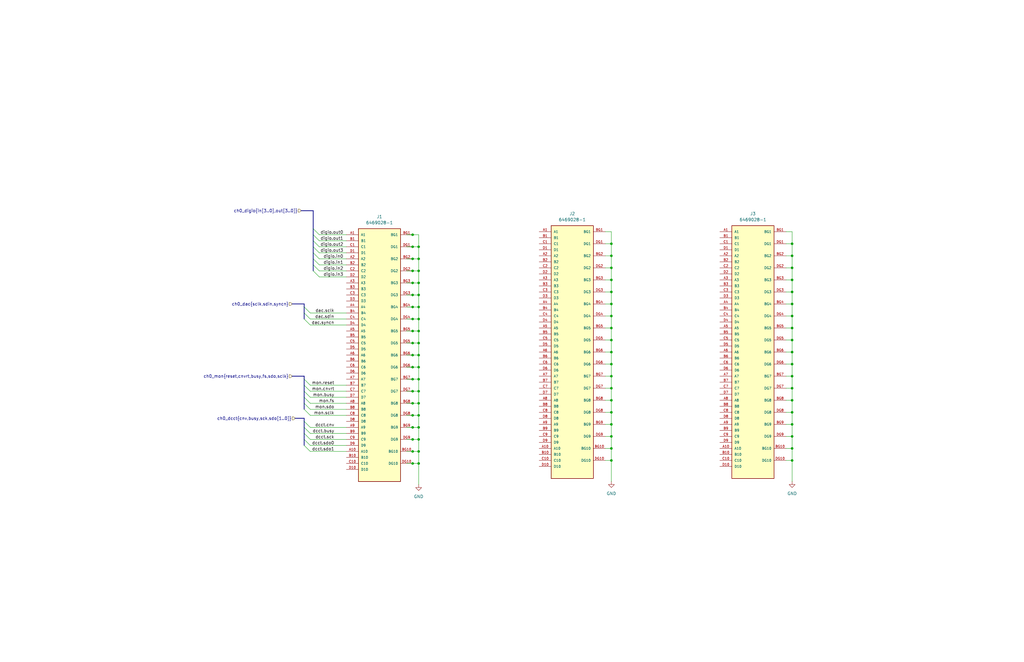
<source format=kicad_sch>
(kicad_sch (version 20250114) (generator "eeschema") (generator_version "9.0")
  (paper "B")
  (lib_symbols
    (symbol "6469028-1:6469028-1" (pin_names (offset 1.016))
      (property "Reference" "J" (at -7.62 28.702 0))
      (property "Value" "6469028-1" (at -4.318 30.988 0))
      (symbol "6469028-1_1_0"
        (rectangle (start -8.89 27.94) (end 8.89 -78.74) (stroke (width 0.254)) (fill (type background)))
        (pin passive line (at -13.97 25.4 0) (length 5.08) (name "A1") (number "A1"))
        (pin passive line (at -13.97 22.86 0) (length 5.08) (name "B1") (number "B1"))
        (pin passive line (at -13.97 20.32 0) (length 5.08) (name "C1") (number "C1"))
        (pin passive line (at -13.97 17.78 0) (length 5.08) (name "D1") (number "D1"))
        (pin passive line (at -13.97 15.24 0) (length 5.08) (name "A2") (number "A2"))
        (pin passive line (at -13.97 12.7 0) (length 5.08) (name "B2") (number "B2"))
        (pin passive line (at -13.97 10.16 0) (length 5.08) (name "C2") (number "C2"))
        (pin passive line (at -13.97 7.62 0) (length 5.08) (name "D2") (number "D2"))
        (pin passive line (at -13.97 5.08 0) (length 5.08) (name "A3") (number "A3"))
        (pin passive line (at -13.97 2.54 0) (length 5.08) (name "B3") (number "B3"))
        (pin passive line (at -13.97 0 0) (length 5.08) (name "C3") (number "C3"))
        (pin passive line (at -13.97 -2.54 0) (length 5.08) (name "D3") (number "D3"))
        (pin passive line (at -13.97 -5.08 0) (length 5.08) (name "A4") (number "A4"))
        (pin passive line (at -13.97 -7.62 0) (length 5.08) (name "B4") (number "B4"))
        (pin passive line (at -13.97 -10.16 0) (length 5.08) (name "C4") (number "C4"))
        (pin passive line (at -13.97 -12.7 0) (length 5.08) (name "D4") (number "D4"))
        (pin passive line (at -13.97 -15.24 0) (length 5.08) (name "A5") (number "A5"))
        (pin passive line (at -13.97 -17.78 0) (length 5.08) (name "B5") (number "B5"))
        (pin passive line (at -13.97 -20.32 0) (length 5.08) (name "C5") (number "C5"))
        (pin passive line (at -13.97 -22.86 0) (length 5.08) (name "D5") (number "D5"))
        (pin passive line (at -13.97 -25.4 0) (length 5.08) (name "A6") (number "A6"))
        (pin passive line (at -13.97 -27.94 0) (length 5.08) (name "B6") (number "B6"))
        (pin passive line (at -13.97 -30.48 0) (length 5.08) (name "C6") (number "C6"))
        (pin passive line (at -13.97 -33.02 0) (length 5.08) (name "D6") (number "D6"))
        (pin passive line (at -13.97 -35.56 0) (length 5.08) (name "A7") (number "A7"))
        (pin passive line (at -13.97 -38.1 0) (length 5.08) (name "B7") (number "B7"))
        (pin passive line (at -13.97 -40.64 0) (length 5.08) (name "C7") (number "C7"))
        (pin passive line (at -13.97 -43.18 0) (length 5.08) (name "D7") (number "D7"))
        (pin passive line (at -13.97 -45.72 0) (length 5.08) (name "A8") (number "A8"))
        (pin passive line (at -13.97 -48.26 0) (length 5.08) (name "B8") (number "B8"))
        (pin passive line (at -13.97 -50.8 0) (length 5.08) (name "C8") (number "C8"))
        (pin passive line (at -13.97 -53.34 0) (length 5.08) (name "D8") (number "D8"))
        (pin passive line (at -13.97 -55.88 0) (length 5.08) (name "A9") (number "A9"))
        (pin passive line (at -13.97 -58.42 0) (length 5.08) (name "B9") (number "B9"))
        (pin passive line (at -13.97 -60.96 0) (length 5.08) (name "C9") (number "C9"))
        (pin passive line (at -13.97 -63.5 0) (length 5.08) (name "D9") (number "D9"))
        (pin passive line (at -13.97 -66.04 0) (length 5.08) (name "A10") (number "A10"))
        (pin passive line (at -13.97 -68.58 0) (length 5.08) (name "B10") (number "B10"))
        (pin passive line (at -13.97 -71.12 0) (length 5.08) (name "C10") (number "C10"))
        (pin passive line (at -13.97 -73.66 0) (length 5.08) (name "D10") (number "D10"))
        (pin passive line (at 13.97 25.4 180) (length 5.08) (name "BG1") (number "BG1"))
        (pin passive line (at 13.97 20.32 180) (length 5.08) (name "DG1") (number "DG1"))
        (pin passive line (at 13.97 15.24 180) (length 5.08) (name "BG2") (number "BG2"))
        (pin passive line (at 13.97 10.16 180) (length 5.08) (name "DG2") (number "DG2"))
        (pin passive line (at 13.97 5.08 180) (length 5.08) (name "BG3") (number "BG3"))
        (pin passive line (at 13.97 0 180) (length 5.08) (name "DG3") (number "DG3"))
        (pin passive line (at 13.97 -5.08 180) (length 5.08) (name "BG4") (number "BG4"))
        (pin passive line (at 13.97 -10.16 180) (length 5.08) (name "DG4") (number "DG4"))
        (pin passive line (at 13.97 -15.24 180) (length 5.08) (name "BG5") (number "BG5"))
        (pin passive line (at 13.97 -20.32 180) (length 5.08) (name "DG5") (number "DG5"))
        (pin passive line (at 13.97 -25.4 180) (length 5.08) (name "BG6") (number "BG6"))
        (pin passive line (at 13.97 -30.48 180) (length 5.08) (name "DG6") (number "DG6"))
        (pin passive line (at 13.97 -35.56 180) (length 5.08) (name "BG7") (number "BG7"))
        (pin passive line (at 13.97 -40.64 180) (length 5.08) (name "DG7") (number "DG7"))
        (pin passive line (at 13.97 -45.72 180) (length 5.08) (name "BG8") (number "BG8"))
        (pin passive line (at 13.97 -50.8 180) (length 5.08) (name "DG8") (number "DG8"))
        (pin passive line (at 13.97 -55.88 180) (length 5.08) (name "BG9") (number "BG9"))
        (pin passive line (at 13.97 -60.96 180) (length 5.08) (name "DG9") (number "DG9"))
        (pin passive line (at 13.97 -66.04 180) (length 5.08) (name "BG10") (number "BG10"))
        (pin passive line (at 13.97 -71.12 180) (length 5.08) (name "DG10") (number "DG10"))
      )
    )
    (symbol "power:GND" (power) (pin_numbers (hide yes)) (pin_names (offset 0) (hide yes))
      (property "Value" "GND" (at 0 -3.81 0))
      (symbol "GND_0_1"
        (polyline (pts (xy 0 0) (xy 0 -1.27) (xy 1.27 -1.27) (xy 0 -2.54) (xy -1.27 -1.27) (xy 0 -1.27)))
      )
      (symbol "GND_1_1"
        (pin power_in line (at 0 0 270) (length 0) (name "~") (number "1"))
      )
    )
  )
  (junction (at 173.99 190.5))
  (junction (at 334.01 113.03))
  (junction (at 334.01 123.19))
  (junction (at 173.99 175.26))
  (junction (at 334.01 153.67))
  (junction (at 334.01 194.31))
  (junction (at 257.81 163.83))
  (junction (at 176.53 139.7))
  (junction (at 173.99 99.06))
  (junction (at 257.81 143.51))
  (junction (at 334.01 143.51))
  (junction (at 173.99 154.94))
  (junction (at 257.81 158.75))
  (junction (at 173.99 165.1))
  (junction (at 173.99 144.78))
  (junction (at 257.81 168.91))
  (junction (at 173.99 134.62))
  (junction (at 173.99 114.3))
  (junction (at 173.99 129.54))
  (junction (at 334.01 158.75))
  (junction (at 176.53 124.46))
  (junction (at 176.53 149.86))
  (junction (at 334.01 118.11))
  (junction (at 257.81 118.11))
  (junction (at 176.53 165.1))
  (junction (at 173.99 104.14))
  (junction (at 334.01 168.91))
  (junction (at 334.01 148.59))
  (junction (at 257.81 123.19))
  (junction (at 257.81 189.23))
  (junction (at 257.81 179.07))
  (junction (at 176.53 119.38))
  (junction (at 176.53 185.42))
  (junction (at 176.53 190.5))
  (junction (at 257.81 184.15))
  (junction (at 257.81 138.43))
  (junction (at 173.99 185.42))
  (junction (at 334.01 102.87))
  (junction (at 334.01 128.27))
  (junction (at 257.81 113.03))
  (junction (at 176.53 144.78))
  (junction (at 257.81 133.35))
  (junction (at 176.53 109.22))
  (junction (at 257.81 148.59))
  (junction (at 334.01 133.35))
  (junction (at 334.01 173.99))
  (junction (at 176.53 154.94))
  (junction (at 257.81 107.95))
  (junction (at 257.81 153.67))
  (junction (at 334.01 189.23))
  (junction (at 173.99 139.7))
  (junction (at 176.53 160.02))
  (junction (at 176.53 129.54))
  (junction (at 334.01 163.83))
  (junction (at 173.99 170.18))
  (junction (at 173.99 109.22))
  (junction (at 176.53 114.3))
  (junction (at 334.01 107.95))
  (junction (at 176.53 134.62))
  (junction (at 334.01 184.15))
  (junction (at 176.53 175.26))
  (junction (at 173.99 195.58))
  (junction (at 173.99 124.46))
  (junction (at 257.81 194.31))
  (junction (at 257.81 102.87))
  (junction (at 257.81 128.27))
  (junction (at 176.53 180.34))
  (junction (at 334.01 179.07))
  (junction (at 176.53 104.14))
  (junction (at 173.99 180.34))
  (junction (at 176.53 170.18))
  (junction (at 334.01 138.43))
  (junction (at 176.53 195.58))
  (junction (at 173.99 149.86))
  (junction (at 257.81 173.99))
  (junction (at 173.99 119.38))
  (junction (at 173.99 160.02))
  (bus_entry (at 130.81 170.18) (size -2.54 -2.54))
  (bus_entry (at 134.62 111.76) (size -2.54 -2.54))
  (bus_entry (at 130.81 180.34) (size -2.54 -2.54))
  (bus_entry (at 130.81 175.26) (size -2.54 -2.54))
  (bus_entry (at 130.81 190.5) (size -2.54 -2.54))
  (bus_entry (at 130.81 185.42) (size -2.54 -2.54))
  (bus_entry (at 130.81 167.64) (size -2.54 -2.54))
  (bus_entry (at 134.62 109.22) (size -2.54 -2.54))
  (bus_entry (at 134.62 101.6) (size -2.54 -2.54))
  (bus_entry (at 130.81 134.62) (size -2.54 -2.54))
  (bus_entry (at 134.62 114.3) (size -2.54 -2.54))
  (bus_entry (at 130.81 162.56) (size -2.54 -2.54))
  (bus_entry (at 134.62 116.84) (size -2.54 -2.54))
  (bus_entry (at 134.62 104.14) (size -2.54 -2.54))
  (bus_entry (at 130.81 137.16) (size -2.54 -2.54))
  (bus_entry (at 134.62 99.06) (size -2.54 -2.54))
  (bus_entry (at 134.62 106.68) (size -2.54 -2.54))
  (bus_entry (at 130.81 182.88) (size -2.54 -2.54))
  (bus_entry (at 130.81 172.72) (size -2.54 -2.54))
  (bus_entry (at 130.81 132.08) (size -2.54 -2.54))
  (bus_entry (at 130.81 165.1) (size -2.54 -2.54))
  (bus_entry (at 130.81 187.96) (size -2.54 -2.54))
  (bus (pts (xy 128.27 165.1) (xy 128.27 162.56)))
  (wire (pts (xy 255.27 113.03) (xy 257.81 113.03)))
  (bus (pts (xy 132.08 96.52) (xy 132.08 99.06)))
  (wire (pts (xy 255.27 107.95) (xy 257.81 107.95)))
  (wire (pts (xy 146.05 182.88) (xy 130.81 182.88)))
  (wire (pts (xy 255.27 118.11) (xy 257.81 118.11)))
  (wire (pts (xy 146.05 162.56) (xy 130.81 162.56)))
  (bus (pts (xy 128.27 187.96) (xy 128.27 185.42)))
  (wire (pts (xy 171.45 124.46) (xy 173.99 124.46)))
  (wire (pts (xy 257.81 123.19) (xy 257.81 128.27)))
  (wire (pts (xy 146.05 134.62) (xy 130.81 134.62)))
  (wire (pts (xy 255.27 168.91) (xy 257.81 168.91)))
  (wire (pts (xy 257.81 128.27) (xy 257.81 133.35)))
  (wire (pts (xy 334.01 184.15) (xy 334.01 189.23)))
  (wire (pts (xy 257.81 97.79) (xy 257.81 102.87)))
  (wire (pts (xy 255.27 158.75) (xy 257.81 158.75)))
  (wire (pts (xy 176.53 190.5) (xy 176.53 195.58)))
  (bus (pts (xy 128.27 158.75) (xy 123.19 158.75)))
  (wire (pts (xy 171.45 134.62) (xy 173.99 134.62)))
  (bus (pts (xy 132.08 88.9) (xy 132.08 96.52)))
  (wire (pts (xy 171.45 104.14) (xy 173.99 104.14)))
  (bus (pts (xy 128.27 176.53) (xy 124.46 176.53)))
  (bus (pts (xy 128.27 167.64) (xy 128.27 165.1)))
  (wire (pts (xy 257.81 184.15) (xy 257.81 189.23)))
  (wire (pts (xy 331.47 128.27) (xy 334.01 128.27)))
  (wire (pts (xy 331.47 133.35) (xy 334.01 133.35)))
  (wire (pts (xy 146.05 172.72) (xy 130.81 172.72)))
  (wire (pts (xy 331.47 173.99) (xy 334.01 173.99)))
  (wire (pts (xy 134.62 99.06) (xy 146.05 99.06)))
  (wire (pts (xy 334.01 179.07) (xy 334.01 184.15)))
  (bus (pts (xy 132.08 88.9) (xy 127 88.9)))
  (wire (pts (xy 171.45 99.06) (xy 173.99 99.06)))
  (wire (pts (xy 334.01 143.51) (xy 334.01 148.59)))
  (wire (pts (xy 334.01 148.59) (xy 334.01 153.67)))
  (wire (pts (xy 146.05 165.1) (xy 130.81 165.1)))
  (wire (pts (xy 171.45 149.86) (xy 173.99 149.86)))
  (wire (pts (xy 173.99 99.06) (xy 176.53 99.06)))
  (wire (pts (xy 255.27 97.79) (xy 257.81 97.79)))
  (wire (pts (xy 146.05 109.22) (xy 134.62 109.22)))
  (wire (pts (xy 146.05 132.08) (xy 130.81 132.08)))
  (bus (pts (xy 128.27 180.34) (xy 128.27 177.8)))
  (bus (pts (xy 128.27 128.27) (xy 123.19 128.27)))
  (wire (pts (xy 146.05 180.34) (xy 130.81 180.34)))
  (wire (pts (xy 257.81 168.91) (xy 257.81 173.99)))
  (wire (pts (xy 331.47 194.31) (xy 334.01 194.31)))
  (wire (pts (xy 176.53 139.7) (xy 176.53 144.78)))
  (wire (pts (xy 176.53 104.14) (xy 176.53 109.22)))
  (wire (pts (xy 257.81 148.59) (xy 257.81 153.67)))
  (bus (pts (xy 132.08 106.68) (xy 132.08 109.22)))
  (wire (pts (xy 334.01 153.67) (xy 334.01 158.75)))
  (wire (pts (xy 255.27 102.87) (xy 257.81 102.87)))
  (wire (pts (xy 176.53 154.94) (xy 176.53 160.02)))
  (wire (pts (xy 176.53 129.54) (xy 176.53 134.62)))
  (wire (pts (xy 173.99 139.7) (xy 176.53 139.7)))
  (bus (pts (xy 132.08 104.14) (xy 132.08 106.68)))
  (bus (pts (xy 128.27 172.72) (xy 128.27 170.18)))
  (wire (pts (xy 173.99 170.18) (xy 176.53 170.18)))
  (wire (pts (xy 171.45 144.78) (xy 173.99 144.78)))
  (wire (pts (xy 257.81 179.07) (xy 257.81 184.15)))
  (wire (pts (xy 173.99 144.78) (xy 176.53 144.78)))
  (wire (pts (xy 171.45 175.26) (xy 173.99 175.26)))
  (wire (pts (xy 255.27 194.31) (xy 257.81 194.31)))
  (bus (pts (xy 128.27 132.08) (xy 128.27 134.62)))
  (wire (pts (xy 173.99 109.22) (xy 176.53 109.22)))
  (wire (pts (xy 331.47 118.11) (xy 334.01 118.11)))
  (wire (pts (xy 176.53 175.26) (xy 176.53 180.34)))
  (wire (pts (xy 171.45 119.38) (xy 173.99 119.38)))
  (wire (pts (xy 331.47 143.51) (xy 334.01 143.51)))
  (wire (pts (xy 334.01 168.91) (xy 334.01 173.99)))
  (wire (pts (xy 255.27 138.43) (xy 257.81 138.43)))
  (wire (pts (xy 255.27 184.15) (xy 257.81 184.15)))
  (wire (pts (xy 173.99 160.02) (xy 176.53 160.02)))
  (wire (pts (xy 257.81 118.11) (xy 257.81 123.19)))
  (wire (pts (xy 176.53 180.34) (xy 176.53 185.42)))
  (wire (pts (xy 331.47 107.95) (xy 334.01 107.95)))
  (wire (pts (xy 146.05 101.6) (xy 134.62 101.6)))
  (bus (pts (xy 128.27 128.27) (xy 128.27 129.54)))
  (wire (pts (xy 334.01 189.23) (xy 334.01 194.31)))
  (wire (pts (xy 255.27 148.59) (xy 257.81 148.59)))
  (wire (pts (xy 255.27 123.19) (xy 257.81 123.19)))
  (wire (pts (xy 173.99 149.86) (xy 176.53 149.86)))
  (wire (pts (xy 171.45 165.1) (xy 173.99 165.1)))
  (wire (pts (xy 255.27 133.35) (xy 257.81 133.35)))
  (wire (pts (xy 146.05 190.5) (xy 130.81 190.5)))
  (wire (pts (xy 176.53 149.86) (xy 176.53 154.94)))
  (wire (pts (xy 331.47 179.07) (xy 334.01 179.07)))
  (wire (pts (xy 257.81 158.75) (xy 257.81 163.83)))
  (wire (pts (xy 255.27 173.99) (xy 257.81 173.99)))
  (bus (pts (xy 132.08 101.6) (xy 132.08 104.14)))
  (wire (pts (xy 176.53 170.18) (xy 176.53 175.26)))
  (wire (pts (xy 334.01 107.95) (xy 334.01 113.03)))
  (bus (pts (xy 128.27 160.02) (xy 128.27 158.75)))
  (wire (pts (xy 176.53 109.22) (xy 176.53 114.3)))
  (wire (pts (xy 176.53 114.3) (xy 176.53 119.38)))
  (wire (pts (xy 171.45 114.3) (xy 173.99 114.3)))
  (bus (pts (xy 132.08 99.06) (xy 132.08 101.6)))
  (wire (pts (xy 171.45 190.5) (xy 173.99 190.5)))
  (wire (pts (xy 255.27 128.27) (xy 257.81 128.27)))
  (wire (pts (xy 255.27 163.83) (xy 257.81 163.83)))
  (wire (pts (xy 173.99 124.46) (xy 176.53 124.46)))
  (wire (pts (xy 334.01 133.35) (xy 334.01 138.43)))
  (wire (pts (xy 257.81 113.03) (xy 257.81 118.11)))
  (wire (pts (xy 146.05 116.84) (xy 134.62 116.84)))
  (bus (pts (xy 128.27 185.42) (xy 128.27 182.88)))
  (wire (pts (xy 257.81 153.67) (xy 257.81 158.75)))
  (wire (pts (xy 334.01 118.11) (xy 334.01 123.19)))
  (wire (pts (xy 334.01 163.83) (xy 334.01 168.91)))
  (wire (pts (xy 331.47 168.91) (xy 334.01 168.91)))
  (wire (pts (xy 173.99 190.5) (xy 176.53 190.5)))
  (wire (pts (xy 257.81 194.31) (xy 257.81 203.2)))
  (wire (pts (xy 334.01 123.19) (xy 334.01 128.27)))
  (wire (pts (xy 146.05 170.18) (xy 130.81 170.18)))
  (wire (pts (xy 331.47 102.87) (xy 334.01 102.87)))
  (wire (pts (xy 146.05 104.14) (xy 134.62 104.14)))
  (wire (pts (xy 176.53 165.1) (xy 176.53 170.18)))
  (bus (pts (xy 132.08 109.22) (xy 132.08 111.76)))
  (wire (pts (xy 257.81 107.95) (xy 257.81 113.03)))
  (bus (pts (xy 132.08 111.76) (xy 132.08 114.3)))
  (bus (pts (xy 128.27 182.88) (xy 128.27 180.34)))
  (wire (pts (xy 176.53 124.46) (xy 176.53 129.54)))
  (wire (pts (xy 331.47 113.03) (xy 334.01 113.03)))
  (wire (pts (xy 255.27 143.51) (xy 257.81 143.51)))
  (wire (pts (xy 334.01 128.27) (xy 334.01 133.35)))
  (wire (pts (xy 257.81 143.51) (xy 257.81 148.59)))
  (wire (pts (xy 257.81 138.43) (xy 257.81 143.51)))
  (wire (pts (xy 331.47 123.19) (xy 334.01 123.19)))
  (wire (pts (xy 173.99 114.3) (xy 176.53 114.3)))
  (wire (pts (xy 146.05 167.64) (xy 130.81 167.64)))
  (wire (pts (xy 176.53 144.78) (xy 176.53 149.86)))
  (wire (pts (xy 331.47 189.23) (xy 334.01 189.23)))
  (bus (pts (xy 128.27 162.56) (xy 128.27 160.02)))
  (wire (pts (xy 331.47 138.43) (xy 334.01 138.43)))
  (wire (pts (xy 171.45 170.18) (xy 173.99 170.18)))
  (wire (pts (xy 173.99 129.54) (xy 176.53 129.54)))
  (wire (pts (xy 171.45 109.22) (xy 173.99 109.22)))
  (wire (pts (xy 173.99 104.14) (xy 176.53 104.14)))
  (wire (pts (xy 331.47 158.75) (xy 334.01 158.75)))
  (wire (pts (xy 255.27 189.23) (xy 257.81 189.23)))
  (wire (pts (xy 334.01 138.43) (xy 334.01 143.51)))
  (wire (pts (xy 173.99 119.38) (xy 176.53 119.38)))
  (wire (pts (xy 176.53 185.42) (xy 176.53 190.5)))
  (wire (pts (xy 331.47 148.59) (xy 334.01 148.59)))
  (wire (pts (xy 257.81 189.23) (xy 257.81 194.31)))
  (wire (pts (xy 334.01 194.31) (xy 334.01 203.2)))
  (wire (pts (xy 171.45 185.42) (xy 173.99 185.42)))
  (wire (pts (xy 173.99 134.62) (xy 176.53 134.62)))
  (wire (pts (xy 331.47 97.79) (xy 334.01 97.79)))
  (wire (pts (xy 255.27 153.67) (xy 257.81 153.67)))
  (wire (pts (xy 146.05 137.16) (xy 130.81 137.16)))
  (wire (pts (xy 171.45 139.7) (xy 173.99 139.7)))
  (wire (pts (xy 171.45 180.34) (xy 173.99 180.34)))
  (wire (pts (xy 171.45 160.02) (xy 173.99 160.02)))
  (wire (pts (xy 171.45 154.94) (xy 173.99 154.94)))
  (wire (pts (xy 173.99 154.94) (xy 176.53 154.94)))
  (wire (pts (xy 257.81 173.99) (xy 257.81 179.07)))
  (wire (pts (xy 334.01 173.99) (xy 334.01 179.07)))
  (wire (pts (xy 176.53 195.58) (xy 176.53 204.47)))
  (bus (pts (xy 128.27 177.8) (xy 128.27 176.53)))
  (wire (pts (xy 176.53 134.62) (xy 176.53 139.7)))
  (bus (pts (xy 128.27 129.54) (xy 128.27 132.08)))
  (wire (pts (xy 146.05 187.96) (xy 130.81 187.96)))
  (wire (pts (xy 171.45 129.54) (xy 173.99 129.54)))
  (wire (pts (xy 146.05 185.42) (xy 130.81 185.42)))
  (wire (pts (xy 334.01 113.03) (xy 334.01 118.11)))
  (wire (pts (xy 146.05 111.76) (xy 134.62 111.76)))
  (wire (pts (xy 176.53 160.02) (xy 176.53 165.1)))
  (wire (pts (xy 173.99 185.42) (xy 176.53 185.42)))
  (wire (pts (xy 176.53 99.06) (xy 176.53 104.14)))
  (wire (pts (xy 257.81 163.83) (xy 257.81 168.91)))
  (wire (pts (xy 255.27 179.07) (xy 257.81 179.07)))
  (bus (pts (xy 128.27 170.18) (xy 128.27 167.64)))
  (wire (pts (xy 334.01 97.79) (xy 334.01 102.87)))
  (wire (pts (xy 334.01 158.75) (xy 334.01 163.83)))
  (wire (pts (xy 331.47 184.15) (xy 334.01 184.15)))
  (wire (pts (xy 331.47 163.83) (xy 334.01 163.83)))
  (wire (pts (xy 171.45 195.58) (xy 173.99 195.58)))
  (wire (pts (xy 146.05 106.68) (xy 134.62 106.68)))
  (wire (pts (xy 173.99 165.1) (xy 176.53 165.1)))
  (wire (pts (xy 173.99 175.26) (xy 176.53 175.26)))
  (wire (pts (xy 176.53 119.38) (xy 176.53 124.46)))
  (wire (pts (xy 257.81 102.87) (xy 257.81 107.95)))
  (wire (pts (xy 146.05 175.26) (xy 130.81 175.26)))
  (wire (pts (xy 334.01 102.87) (xy 334.01 107.95)))
  (wire (pts (xy 331.47 153.67) (xy 334.01 153.67)))
  (wire (pts (xy 173.99 180.34) (xy 176.53 180.34)))
  (wire (pts (xy 146.05 114.3) (xy 134.62 114.3)))
  (wire (pts (xy 257.81 133.35) (xy 257.81 138.43)))
  (wire (pts (xy 173.99 195.58) (xy 176.53 195.58)))
  (label "digio.in2" (at 144.78 114.3 180))
  (label "mon.cnvrt" (at 140.97 165.1 180))
  (label "dcct.sdo0" (at 140.97 187.96 180))
  (label "digio.out0" (at 144.78 99.06 180))
  (label "digio.out3" (at 144.78 106.68 180))
  (label "dac.sclk" (at 140.97 132.08 180))
  (label "mon.reset" (at 140.97 162.56 180))
  (label "mon.fs" (at 140.97 170.18 180))
  (label "dcct.busy" (at 140.97 182.88 180))
  (label "digio.in1" (at 144.78 111.76 180))
  (label "mon.busy" (at 140.97 167.64 180))
  (label "mon.sdo" (at 140.97 172.72 180))
  (label "mon.sclk" (at 140.97 175.26 180))
  (label "dcct.sdo1" (at 140.97 190.5 180))
  (label "digio.out1" (at 144.78 101.6 180))
  (label "dac.syncn" (at 140.97 137.16 180))
  (label "dcct.cnv" (at 140.97 180.34 180))
  (label "digio.in0" (at 144.78 109.22 180))
  (label "dcct.sck" (at 140.97 185.42 180))
  (label "digio.out2" (at 144.78 104.14 180))
  (label "digio.in3" (at 144.78 116.84 180))
  (label "dac.sdin" (at 140.97 134.62 180))
  (hierarchical_label "ch0_digio{in[3..0],out[3..0]}" (shape input) (at 127 88.9 180))
  (hierarchical_label "ch0_mon{reset,cnvrt,busy,fs,sdo,sclk}" (shape input) (at 123.19 158.75 180))
  (hierarchical_label "ch0_dcct{cnv,busy,sck,sdo[1..0]}" (shape input) (at 124.46 176.53 180))
  (hierarchical_label "ch0_dac{sclk,sdin,syncn}" (shape input) (at 123.19 128.27 180))
  (symbol (lib_id "power:GND") (at 257.81 203.2 0) (unit 1)
    (property "Reference" "#PWR08" (effects (hide yes)))
    (property "Value" "GND" (at 257.81 208.28 0))
    (property "Description" "Power symbol creates a global label with name \"GND\" , ground" (effects (hide yes)))
  )
  (symbol (lib_id "6469028-1:6469028-1") (at 160.02 124.46 0) (unit 1)
    (property "Reference" "J1" (at 160.02 91.44 0))
    (property "Value" "6469028-1" (at 160.02 93.98 0))
    (property "Footprint" "myparts:TE_6469028-1" (effects (hide yes)))
    (property "PARTREV" "E" (effects (hide yes)))
    (property "STANDARD" "Manufacturer Recommendations" (effects (hide yes)))
    (property "MAXIMUM_PACKAGE_HEIGHT" "8.68mm" (effects (hide yes)))
    (property "MANUFACTURER" "TE Connectivity" (effects (hide yes)))
  )
  (symbol (lib_id "power:GND") (at 334.01 203.2 0) (unit 1)
    (property "Reference" "#PWR09" (effects (hide yes)))
    (property "Value" "GND" (at 334.01 208.28 0))
    (property "Description" "Power symbol creates a global label with name \"GND\" , ground" (effects (hide yes)))
  )
  (symbol (lib_id "6469028-1:6469028-1") (at 317.5 123.19 0) (unit 1)
    (property "Reference" "J3" (at 317.5 90.17 0))
    (property "Value" "6469028-1" (at 317.5 92.71 0))
    (property "Footprint" "myparts:TE_6469028-1" (effects (hide yes)))
    (property "PARTREV" "E" (effects (hide yes)))
    (property "STANDARD" "Manufacturer Recommendations" (effects (hide yes)))
    (property "MAXIMUM_PACKAGE_HEIGHT" "8.68mm" (effects (hide yes)))
    (property "MANUFACTURER" "TE Connectivity" (effects (hide yes)))
  )
  (symbol (lib_id "6469028-1:6469028-1") (at 241.3 123.19 0) (unit 1)
    (property "Reference" "J2" (at 241.3 90.17 0))
    (property "Value" "6469028-1" (at 241.3 92.71 0))
    (property "Footprint" "myparts:TE_6469028-1" (effects (hide yes)))
    (property "PARTREV" "E" (effects (hide yes)))
    (property "STANDARD" "Manufacturer Recommendations" (effects (hide yes)))
    (property "MAXIMUM_PACKAGE_HEIGHT" "8.68mm" (effects (hide yes)))
    (property "MANUFACTURER" "TE Connectivity" (effects (hide yes)))
  )
  (symbol (lib_id "power:GND") (at 176.53 204.47 0) (unit 1)
    (property "Reference" "#PWR07" (effects (hide yes)))
    (property "Value" "GND" (at 176.53 209.55 0))
    (property "Description" "Power symbol creates a global label with name \"GND\" , ground" (effects (hide yes)))
  )
)
</source>
